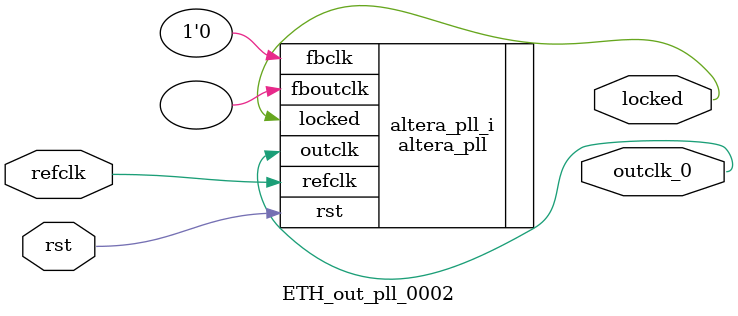
<source format=v>
`timescale 1ns/10ps
module  ETH_out_pll_0002(

	// interface 'refclk'
	input wire refclk,

	// interface 'reset'
	input wire rst,

	// interface 'outclk0'
	output wire outclk_0,

	// interface 'locked'
	output wire locked
);

	altera_pll #(
		.fractional_vco_multiplier("false"),
		.reference_clock_frequency("125.0 MHz"),
		.operation_mode("direct"),
		.number_of_clocks(1),
		.output_clock_frequency0("125.000000 MHz"),
		.phase_shift0("0 ps"),
		.duty_cycle0(50),
		.output_clock_frequency1("0 MHz"),
		.phase_shift1("0 ps"),
		.duty_cycle1(50),
		.output_clock_frequency2("0 MHz"),
		.phase_shift2("0 ps"),
		.duty_cycle2(50),
		.output_clock_frequency3("0 MHz"),
		.phase_shift3("0 ps"),
		.duty_cycle3(50),
		.output_clock_frequency4("0 MHz"),
		.phase_shift4("0 ps"),
		.duty_cycle4(50),
		.output_clock_frequency5("0 MHz"),
		.phase_shift5("0 ps"),
		.duty_cycle5(50),
		.output_clock_frequency6("0 MHz"),
		.phase_shift6("0 ps"),
		.duty_cycle6(50),
		.output_clock_frequency7("0 MHz"),
		.phase_shift7("0 ps"),
		.duty_cycle7(50),
		.output_clock_frequency8("0 MHz"),
		.phase_shift8("0 ps"),
		.duty_cycle8(50),
		.output_clock_frequency9("0 MHz"),
		.phase_shift9("0 ps"),
		.duty_cycle9(50),
		.output_clock_frequency10("0 MHz"),
		.phase_shift10("0 ps"),
		.duty_cycle10(50),
		.output_clock_frequency11("0 MHz"),
		.phase_shift11("0 ps"),
		.duty_cycle11(50),
		.output_clock_frequency12("0 MHz"),
		.phase_shift12("0 ps"),
		.duty_cycle12(50),
		.output_clock_frequency13("0 MHz"),
		.phase_shift13("0 ps"),
		.duty_cycle13(50),
		.output_clock_frequency14("0 MHz"),
		.phase_shift14("0 ps"),
		.duty_cycle14(50),
		.output_clock_frequency15("0 MHz"),
		.phase_shift15("0 ps"),
		.duty_cycle15(50),
		.output_clock_frequency16("0 MHz"),
		.phase_shift16("0 ps"),
		.duty_cycle16(50),
		.output_clock_frequency17("0 MHz"),
		.phase_shift17("0 ps"),
		.duty_cycle17(50),
		.pll_type("General"),
		.pll_subtype("General")
	) altera_pll_i (
		.rst	(rst),
		.outclk	({outclk_0}),
		.locked	(locked),
		.fboutclk	( ),
		.fbclk	(1'b0),
		.refclk	(refclk)
	);
endmodule


</source>
